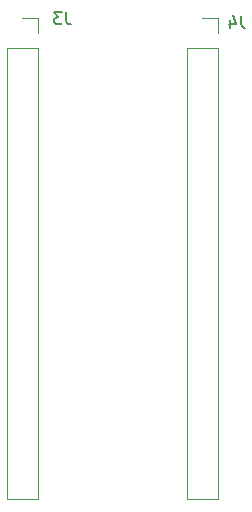
<source format=gbo>
%TF.GenerationSoftware,KiCad,Pcbnew,9.0.5*%
%TF.CreationDate,2025-10-22T14:58:33+01:00*%
%TF.ProjectId,ZX Interface 1 ROM Adapter,5a582049-6e74-4657-9266-616365203120,rev?*%
%TF.SameCoordinates,Original*%
%TF.FileFunction,Legend,Bot*%
%TF.FilePolarity,Positive*%
%FSLAX46Y46*%
G04 Gerber Fmt 4.6, Leading zero omitted, Abs format (unit mm)*
G04 Created by KiCad (PCBNEW 9.0.5) date 2025-10-22 14:58:33*
%MOMM*%
%LPD*%
G01*
G04 APERTURE LIST*
%ADD10C,0.150000*%
%ADD11C,0.120000*%
G04 APERTURE END LIST*
D10*
X82762683Y-70431944D02*
X82762683Y-71146229D01*
X82762683Y-71146229D02*
X82810302Y-71289086D01*
X82810302Y-71289086D02*
X82905540Y-71384325D01*
X82905540Y-71384325D02*
X83048397Y-71431944D01*
X83048397Y-71431944D02*
X83143635Y-71431944D01*
X82381730Y-70431944D02*
X81762683Y-70431944D01*
X81762683Y-70431944D02*
X82096016Y-70812896D01*
X82096016Y-70812896D02*
X81953159Y-70812896D01*
X81953159Y-70812896D02*
X81857921Y-70860515D01*
X81857921Y-70860515D02*
X81810302Y-70908134D01*
X81810302Y-70908134D02*
X81762683Y-71003372D01*
X81762683Y-71003372D02*
X81762683Y-71241467D01*
X81762683Y-71241467D02*
X81810302Y-71336705D01*
X81810302Y-71336705D02*
X81857921Y-71384325D01*
X81857921Y-71384325D02*
X81953159Y-71431944D01*
X81953159Y-71431944D02*
X82238873Y-71431944D01*
X82238873Y-71431944D02*
X82334111Y-71384325D01*
X82334111Y-71384325D02*
X82381730Y-71336705D01*
X97555008Y-70711344D02*
X97555008Y-71425629D01*
X97555008Y-71425629D02*
X97602627Y-71568486D01*
X97602627Y-71568486D02*
X97697865Y-71663725D01*
X97697865Y-71663725D02*
X97840722Y-71711344D01*
X97840722Y-71711344D02*
X97935960Y-71711344D01*
X96650246Y-71044677D02*
X96650246Y-71711344D01*
X96888341Y-70663725D02*
X97126436Y-71378010D01*
X97126436Y-71378010D02*
X96507389Y-71378010D01*
D11*
%TO.C,J3*%
X77721200Y-73472700D02*
X77721200Y-111632700D01*
X80381200Y-70872700D02*
X79051200Y-70872700D01*
X80381200Y-72202700D02*
X80381200Y-70872700D01*
X80381200Y-73472700D02*
X77721200Y-73472700D01*
X80381200Y-73472700D02*
X80381200Y-111632700D01*
X80381200Y-111632700D02*
X77721200Y-111632700D01*
%TO.C,J4*%
X92961200Y-73472700D02*
X92961200Y-111632700D01*
X95621200Y-70872700D02*
X94291200Y-70872700D01*
X95621200Y-72202700D02*
X95621200Y-70872700D01*
X95621200Y-73472700D02*
X92961200Y-73472700D01*
X95621200Y-73472700D02*
X95621200Y-111632700D01*
X95621200Y-111632700D02*
X92961200Y-111632700D01*
%TD*%
M02*

</source>
